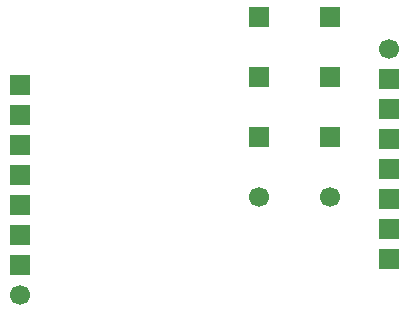
<source format=gbr>
G04 #@! TF.GenerationSoftware,KiCad,Pcbnew,(5.0.0-3-g5ebb6b6)*
G04 #@! TF.CreationDate,2019-04-02T16:58:23+03:00*
G04 #@! TF.ProjectId,uae,7561652E6B696361645F706362000000,rev?*
G04 #@! TF.SameCoordinates,Original*
G04 #@! TF.FileFunction,Copper,L2,Bot,Signal*
G04 #@! TF.FilePolarity,Positive*
%FSLAX46Y46*%
G04 Gerber Fmt 4.6, Leading zero omitted, Abs format (unit mm)*
G04 Created by KiCad (PCBNEW (5.0.0-3-g5ebb6b6)) date *
%MOMM*%
%LPD*%
G01*
G04 APERTURE LIST*
G04 #@! TA.AperFunction,ComponentPad*
%ADD10C,1.700000*%
G04 #@! TD*
G04 #@! TA.AperFunction,ComponentPad*
%ADD11R,1.700000X1.700000*%
G04 #@! TD*
G04 APERTURE END LIST*
D10*
G04 #@! TO.P,DA4,1*
G04 #@! TO.N,/COM_OUT*
X106500000Y-66490000D03*
D11*
G04 #@! TO.P,DA4,3*
G04 #@! TO.N,/5V_OUT*
X106500000Y-61410000D03*
G04 #@! TO.P,DA4,5*
G04 #@! TO.N,Net-(DA1-Pad4)*
X106500000Y-56330000D03*
G04 #@! TO.P,DA4,7*
G04 #@! TO.N,/OUT_1*
X106500000Y-51250000D03*
G04 #@! TD*
G04 #@! TO.P,DA5,7*
G04 #@! TO.N,/OUT_2*
X112500000Y-51250000D03*
G04 #@! TO.P,DA5,5*
G04 #@! TO.N,Net-(DA2-Pad4)*
X112500000Y-56330000D03*
G04 #@! TO.P,DA5,3*
G04 #@! TO.N,/5V_OUT*
X112500000Y-61410000D03*
D10*
G04 #@! TO.P,DA5,1*
G04 #@! TO.N,/COM_OUT*
X112500000Y-66490000D03*
G04 #@! TD*
G04 #@! TO.P,XP2,1*
G04 #@! TO.N,/OUT_2*
X117500000Y-54000000D03*
D11*
G04 #@! TO.P,XP2,2*
G04 #@! TO.N,/OUT_1*
X117500000Y-56540000D03*
G04 #@! TO.P,XP2,3*
G04 #@! TO.N,/5V_OUT*
X117500000Y-59080000D03*
G04 #@! TO.P,XP2,4*
G04 #@! TO.N,/COM_OUT*
X117500000Y-61620000D03*
G04 #@! TO.P,XP2,5*
X117500000Y-64160000D03*
G04 #@! TO.P,XP2,6*
G04 #@! TO.N,/GND_OUT*
X117500000Y-66700000D03*
G04 #@! TO.P,XP2,7*
G04 #@! TO.N,/DI_gnd*
X117500000Y-69240000D03*
G04 #@! TO.P,XP2,8*
G04 #@! TO.N,/DI_1_in*
X117500000Y-71780000D03*
G04 #@! TD*
D10*
G04 #@! TO.P,XP1,1*
G04 #@! TO.N,/GND_RPI*
X86250000Y-74750000D03*
D11*
G04 #@! TO.P,XP1,2*
G04 #@! TO.N,/DI_1_RPI*
X86250000Y-72210000D03*
G04 #@! TO.P,XP1,3*
G04 #@! TO.N,/PULL_UP_1*
X86250000Y-69670000D03*
G04 #@! TO.P,XP1,4*
G04 #@! TO.N,/PULL_UP_2*
X86250000Y-67130000D03*
G04 #@! TO.P,XP1,5*
G04 #@! TO.N,/GND_RPI*
X86250000Y-64590000D03*
G04 #@! TO.P,XP1,6*
G04 #@! TO.N,/VCC_RPI*
X86250000Y-62050000D03*
G04 #@! TO.P,XP1,7*
G04 #@! TO.N,/DO_2_RPI*
X86250000Y-59510000D03*
G04 #@! TO.P,XP1,8*
G04 #@! TO.N,/DO_1_RPI*
X86250000Y-56970000D03*
G04 #@! TD*
M02*

</source>
